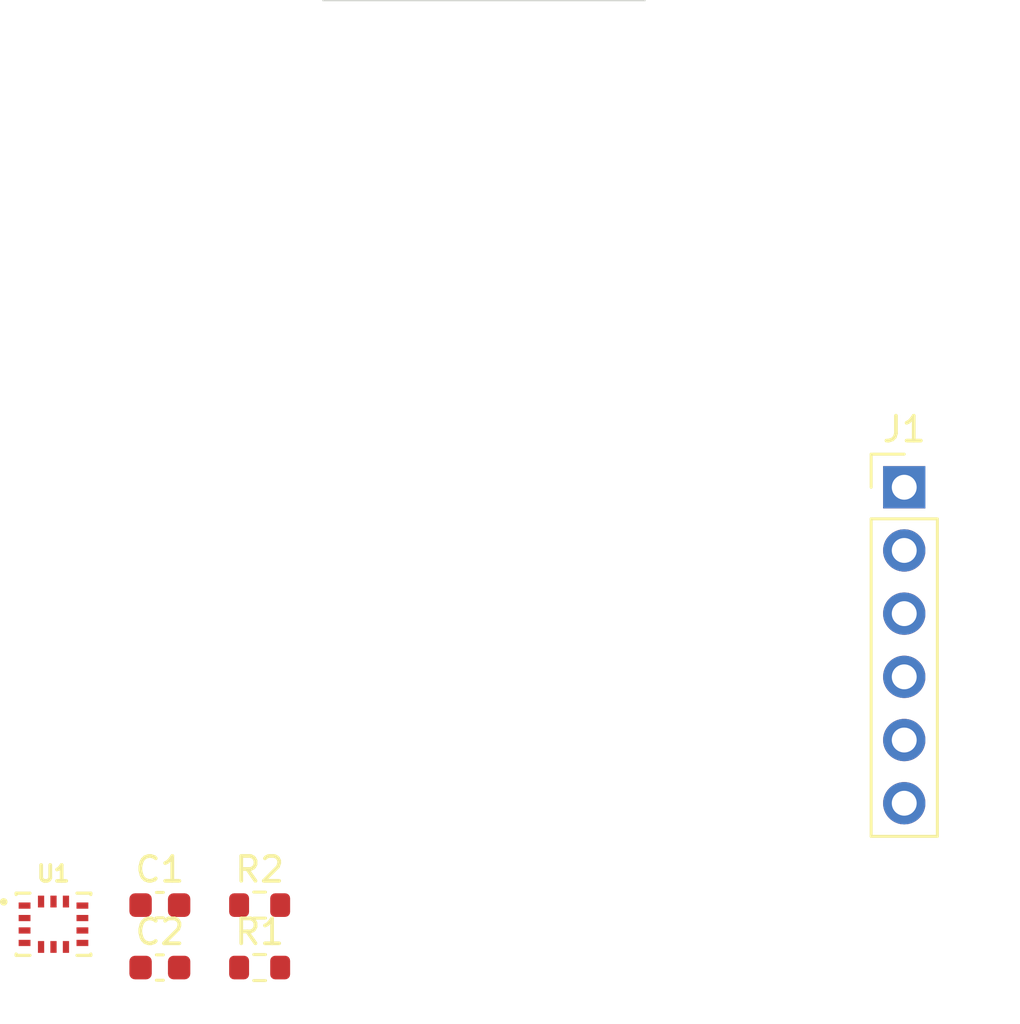
<source format=kicad_pcb>
(kicad_pcb (version 20211014) (generator pcbnew)
  (layers (0 "F.Cu" signal) (31 "B.Cu" signal) (34 "B.Paste" user) (35 "F.Paste" user) (36 "B.SilkS" user "B.Silkscreen") (37 "F.SilkS" user "F.Silkscreen") (38 "B.Mask" user) (39 "F.Mask" user) (44 "Edge.Cuts" user))
  (net 0 "")
  (net 1 "/IMU_A_SCL")
  (net 2 "+3V3")
  (net 3 "/IMU_A_SDA")
  (net 4 "GND")
  (net 6 "/IMU_A_INT2")
  (net 8 "/IMU_A_INT1")
  (footprint "Resistor_SMD:R_0603_1608Metric" (layer "F.Cu") (at 124.46 104.932)
    (fp_text reference "R2" (at 0 -1.43) (layer "F.SilkS"))
    (fp_text value "10K")
    (fp_line (start -0.237258 -0.5225) (end 0.237258 -0.5225) (layer "F.SilkS") (width 0.12))
    (fp_line (start -0.237258 0.5225) (end 0.237258 0.5225) (layer "F.SilkS") (width 0.12))
    (pad "1" smd roundrect (at -0.825 0) (size 0.8 0.95) (layers "F.Cu" "F.Paste" "F.Mask") (net 3 "/IMU_A_SDA"))
    (pad "2" smd roundrect (at 0.825 0) (size 0.8 0.95) (layers "F.Cu" "F.Paste" "F.Mask") (net 2 "+3V3"))
  )
  (footprint "Resistor_SMD:R_0603_1608Metric" (layer "F.Cu") (at 124.46 107.442)
    (fp_text reference "R1" (at 0 -1.43) (layer "F.SilkS"))
    (fp_text value "10K")
    (fp_line (start -0.237258 -0.5225) (end 0.237258 -0.5225) (layer "F.SilkS") (width 0.12))
    (fp_line (start -0.237258 0.5225) (end 0.237258 0.5225) (layer "F.SilkS") (width 0.12))
    (pad "1" smd roundrect (at -0.825 0) (size 0.8 0.95) (layers "F.Cu" "F.Paste" "F.Mask") (net 1 "/IMU_A_SCL"))
    (pad "2" smd roundrect (at 0.825 0) (size 0.8 0.95) (layers "F.Cu" "F.Paste" "F.Mask") (net 2 "+3V3"))
  )
  (footprint "Capacitor_SMD:C_0603_1608Metric" (layer "F.Cu") (at 120.45 107.442)
    (fp_text reference "C2" (at 0 -1.43) (layer "F.SilkS"))
    (fp_text value "100nF")
    (fp_line (start -0.14058 -0.51) (end 0.14058 -0.51) (layer "F.SilkS") (width 0.12))
    (fp_line (start -0.14058 0.51) (end 0.14058 0.51) (layer "F.SilkS") (width 0.12))
    (pad "1" smd roundrect (at -0.775 0) (size 0.9 0.95) (layers "F.Cu" "F.Paste" "F.Mask") (net 4 "GND"))
    (pad "2" smd roundrect (at 0.775 0) (size 0.9 0.95) (layers "F.Cu" "F.Paste" "F.Mask") (net 2 "+3V3"))
  )
  (footprint "Capacitor_SMD:C_0603_1608Metric" (layer "F.Cu") (at 120.45 104.932)
    (fp_text reference "C1" (at 0 -1.43) (layer "F.SilkS"))
    (fp_text value "100nF")
    (fp_line (start -0.14058 0.51) (end 0.14058 0.51) (layer "F.SilkS") (width 0.12))
    (fp_line (start -0.14058 -0.51) (end 0.14058 -0.51) (layer "F.SilkS") (width 0.12))
    (pad "1" smd roundrect (at -0.775 0) (size 0.9 0.95) (layers "F.Cu" "F.Paste" "F.Mask") (net 4 "GND"))
    (pad "2" smd roundrect (at 0.775 0) (size 0.9 0.95) (layers "F.Cu" "F.Paste" "F.Mask") (net 2 "+3V3"))
  )
  (footprint "Connector_PinHeader_2.54mm:PinHeader_1x06_P2.54mm_Vertical" (layer "F.Cu") (at 150.368 88.138)
    (fp_text reference "J1" (at 0 -2.33) (layer "F.SilkS"))
    (fp_text value "Conn_01x06")
    (fp_line (start -1.33 1.27) (end 1.33 1.27) (layer "F.SilkS") (width 0.12))
    (fp_line (start -1.33 14.03) (end 1.33 14.03) (layer "F.SilkS") (width 0.12))
    (fp_line (start -1.33 1.27) (end -1.33 14.03) (layer "F.SilkS") (width 0.12))
    (fp_line (start -1.33 0) (end -1.33 -1.33) (layer "F.SilkS") (width 0.12))
    (fp_line (start 1.33 1.27) (end 1.33 14.03) (layer "F.SilkS") (width 0.12))
    (fp_line (start -1.33 -1.33) (end 0 -1.33) (layer "F.SilkS") (width 0.12))
    (pad "1" thru_hole rect (at 0 0) (size 1.7 1.7) (drill 1) (layers *.Cu *.Mask) (net 4 "GND"))
    (pad "2" thru_hole oval (at 0 2.54) (size 1.7 1.7) (drill 1) (layers *.Cu *.Mask) (net 2 "+3V3"))
    (pad "3" thru_hole oval (at 0 5.08) (size 1.7 1.7) (drill 1) (layers *.Cu *.Mask) (net 3 "/IMU_A_SDA"))
    (pad "4" thru_hole oval (at 0 7.62) (size 1.7 1.7) (drill 1) (layers *.Cu *.Mask) (net 1 "/IMU_A_SCL"))
    (pad "5" thru_hole oval (at 0 10.16) (size 1.7 1.7) (drill 1) (layers *.Cu *.Mask) (net 8 "/IMU_A_INT1"))
    (pad "6" thru_hole oval (at 0 12.7) (size 1.7 1.7) (drill 1) (layers *.Cu *.Mask) (net 6 "/IMU_A_INT2"))
  )
  (footprint "InertialMeasurementUnits:XDCR_BMI270" (layer "F.Cu") (at 116.175 105.702)
    (fp_text reference "U1" (at -0.008 -2.0314) (layer "F.SilkS") (effects (font (size 0.64 0.64))))
    (fp_text value "BMI270")
    (fp_line (start 0.945 1.25) (end 1.5 1.25) (layer "F.SilkS") (width 0.127))
    (fp_line (start -1.5 1.25) (end -0.945 1.25) (layer "F.SilkS") (width 0.127))
    (fp_line (start -1.5 -1.25) (end -0.945 -1.25) (layer "F.SilkS") (width 0.127))
    (fp_line (start 1.5 -1.25) (end 1.5 -1.195) (layer "F.SilkS") (width 0.127))
    (fp_line (start -1.5 1.195) (end -1.5 1.25) (layer "F.SilkS") (width 0.127))
    (fp_line (start 1.5 1.195) (end 1.5 1.25) (layer "F.SilkS") (width 0.127))
    (fp_line (start -1.5 -1.25) (end -1.5 -1.195) (layer "F.SilkS") (width 0.127))
    (fp_line (start 0.945 -1.25) (end 1.5 -1.25) (layer "F.SilkS") (width 0.127))
    (fp_circle (center -2 -0.9) (end -1.925 -0.9) (layer "F.SilkS") (width 0.15) (fill none))
    (pad "1" smd rect locked (at -1.1625 -0.75) (size 0.475 0.25) (layers "F.Cu" "F.Paste" "F.Mask") (net 4 "GND"))
    (pad "2" smd rect locked (at -1.1625 -0.25) (size 0.475 0.25) (layers "F.Cu" "F.Paste" "F.Mask"))
    (pad "3" smd rect locked (at -1.1625 0.25) (size 0.475 0.25) (layers "F.Cu" "F.Paste" "F.Mask"))
    (pad "4" smd rect locked (at -1.1625 0.75) (size 0.475 0.25) (layers "F.Cu" "F.Paste" "F.Mask") (net 8 "/IMU_A_INT1"))
    (pad "5" smd rect locked (at -0.5 0.9125) (size 0.25 0.475) (layers "F.Cu" "F.Paste" "F.Mask") (net 2 "+3V3"))
    (pad "6" smd rect locked (at 0 0.9125) (size 0.25 0.475) (layers "F.Cu" "F.Paste" "F.Mask") (net 4 "GND"))
    (pad "7" smd rect locked (at 0.5 0.9125) (size 0.25 0.475) (layers "F.Cu" "F.Paste" "F.Mask") (net 4 "GND"))
    (pad "8" smd rect locked (at 1.1625 0.75) (size 0.475 0.25) (layers "F.Cu" "F.Paste" "F.Mask") (net 2 "+3V3"))
    (pad "9" smd rect locked (at 1.1625 0.25) (size 0.475 0.25) (layers "F.Cu" "F.Paste" "F.Mask") (net 6 "/IMU_A_INT2"))
    (pad "10" smd rect locked (at 1.1625 -0.25) (size 0.475 0.25) (layers "F.Cu" "F.Paste" "F.Mask"))
    (pad "11" smd rect locked (at 1.1625 -0.75) (size 0.475 0.25) (layers "F.Cu" "F.Paste" "F.Mask"))
    (pad "12" smd rect locked (at 0.5 -0.9125) (size 0.25 0.475) (layers "F.Cu" "F.Paste" "F.Mask") (net 2 "+3V3"))
    (pad "13" smd rect locked (at 0 -0.9125) (size 0.25 0.475) (layers "F.Cu" "F.Paste" "F.Mask") (net 1 "/IMU_A_SCL"))
    (pad "14" smd rect locked (at -0.5 -0.9125) (size 0.25 0.475) (layers "F.Cu" "F.Paste" "F.Mask") (net 3 "/IMU_A_SDA"))
  )
  (gr_line (start 127 68.58) (end 139.954 68.58) (layer "Edge.Cuts") (width 0.05))
)
</source>
